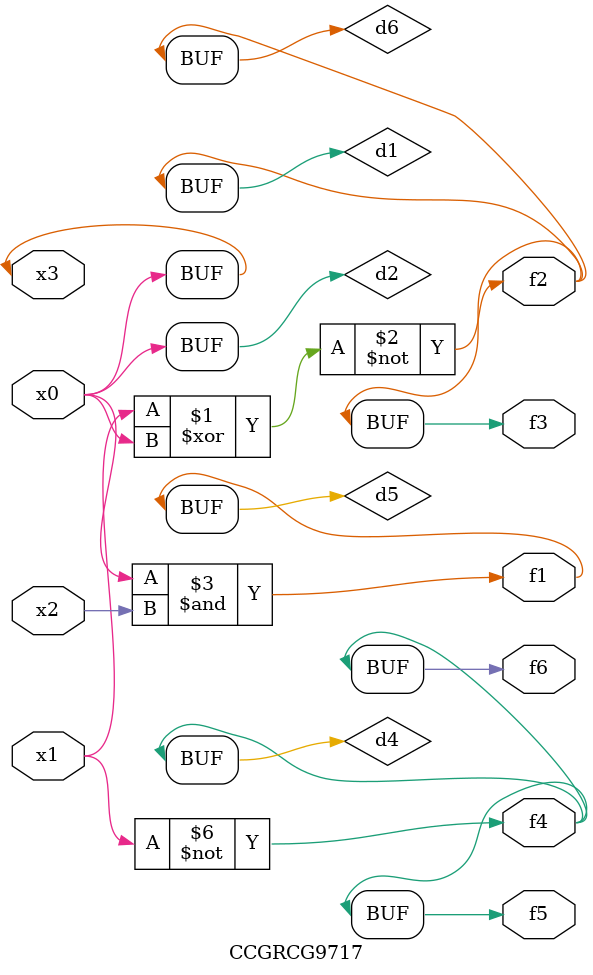
<source format=v>
module CCGRCG9717(
	input x0, x1, x2, x3,
	output f1, f2, f3, f4, f5, f6
);

	wire d1, d2, d3, d4, d5, d6;

	xnor (d1, x1, x3);
	buf (d2, x0, x3);
	nand (d3, x0, x2);
	not (d4, x1);
	nand (d5, d3);
	or (d6, d1);
	assign f1 = d5;
	assign f2 = d6;
	assign f3 = d6;
	assign f4 = d4;
	assign f5 = d4;
	assign f6 = d4;
endmodule

</source>
